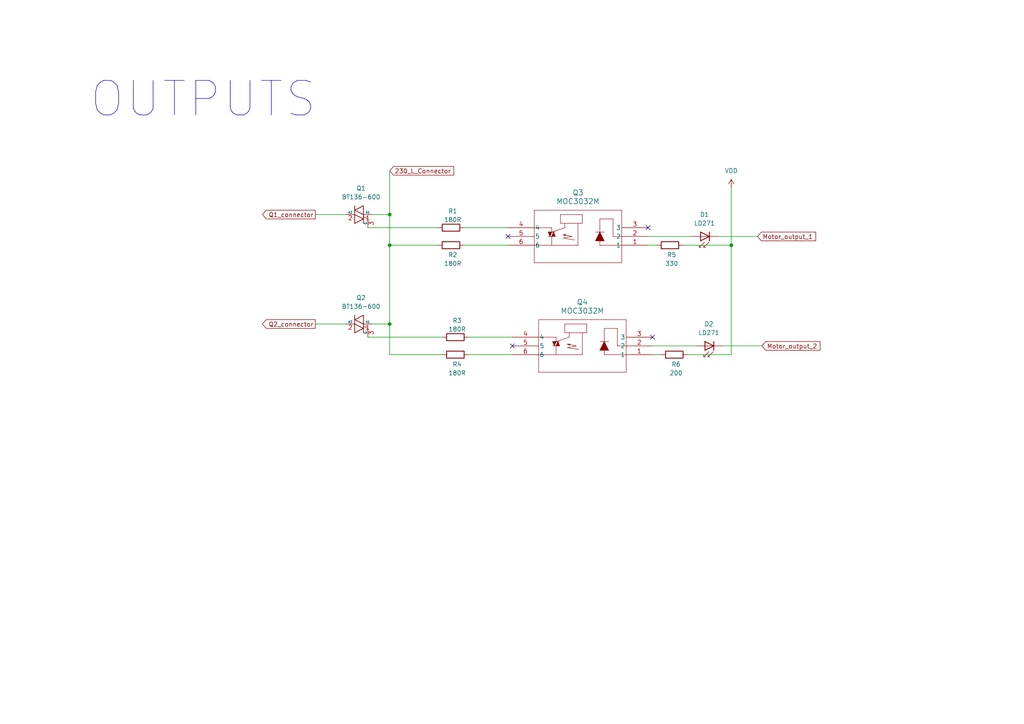
<source format=kicad_sch>
(kicad_sch (version 20231120) (generator "eeschema") (generator_version "8.0")
  (paper "A4")
  (lib_symbols
    (symbol "Device:R" (pin_numbers hide) (pin_names (offset 0))
      (property "Reference" "R" (at 2.032 0 90))
      (property "Value" "R" (at 0 0 90))
      (symbol "R_0_1"
        (rectangle (start -1.016 -2.54) (end 1.016 2.54) (stroke (width 0.254)))
      )
      (symbol "R_1_1"
        (pin passive line (at 0 3.81 270) (length 1.27) (name "~") (number "1"))
        (pin passive line (at 0 -3.81 90) (length 1.27) (name "~") (number "2"))
      )
    )
    (symbol "LED:LD271" (pin_numbers hide) (pin_names (offset 1.016) hide)
      (property "Reference" "D" (at 0.508 1.778 0))
      (property "Value" "LD271" (at -1.016 -2.794 0))
      (symbol "LD271_0_1"
        (polyline (pts (xy -2.54 1.27) (xy -2.54 -1.27)) (stroke (width 0.254)))
        (polyline (pts (xy 0 0) (xy -2.54 0)))
        (polyline (pts (xy 0.381 3.175) (xy -0.127 3.175)))
        (polyline (pts (xy -1.143 1.651) (xy 0.381 3.175) (xy 0.381 2.667)))
        (polyline (pts (xy 0 -1.27) (xy -2.54 0) (xy 0 1.27) (xy 0 -1.27)) (stroke (width 0.254)))
        (polyline (pts (xy -2.413 1.651) (xy -0.889 3.175) (xy -0.889 2.667) (xy -0.889 3.175) (xy -1.397 3.175)))
      )
      (symbol "LD271_1_1"
        (pin passive line (at -5.08 0 0) (length 2.54) (name "K") (number "1"))
        (pin passive line (at 2.54 0 180) (length 2.54) (name "A") (number "2"))
      )
    )
    (symbol "MOC3032M:MOC3032M" (pin_names (offset 0.254))
      (property "Reference" "Q" (at 20.32 10.16 0))
      (property "Value" "MOC3032M" (at 20.32 7.62 0))
      (symbol "MOC3032M_1_1"
        (polyline (pts (xy 7.62 -10.16) (xy 33.02 -10.16)) (stroke (width 0.127)))
        (polyline (pts (xy 7.62 -2.54) (xy 10.16 -2.54)) (stroke (width 0.127)))
        (polyline (pts (xy 7.62 0) (xy 13.97 0)) (stroke (width 0.127)))
        (polyline (pts (xy 7.62 5.08) (xy 7.62 -10.16)) (stroke (width 0.127)))
        (polyline (pts (xy 10.16 -7.62) (xy 13.97 -7.62)) (stroke (width 0.127)))
        (polyline (pts (xy 10.16 -2.54) (xy 10.16 -7.62)) (stroke (width 0.127)))
        (polyline (pts (xy 12.7 -3.81) (xy 15.24 -3.81)) (stroke (width 0.127)))
        (polyline (pts (xy 12.7 -1.27) (xy 15.24 -1.27)) (stroke (width 0.127)))
        (polyline (pts (xy 13.97 -7.62) (xy 13.97 -3.81)) (stroke (width 0.127)))
        (polyline (pts (xy 13.97 -3.81) (xy 12.7 -1.27)) (stroke (width 0.127)))
        (polyline (pts (xy 13.97 0) (xy 13.97 -1.27)) (stroke (width 0.127)))
        (polyline (pts (xy 15.24 -1.27) (xy 13.97 -3.81)) (stroke (width 0.127)))
        (polyline (pts (xy 19.05 -8.89) (xy 25.4 -8.89)) (stroke (width 0.127)))
        (polyline (pts (xy 19.05 -6.35) (xy 19.05 -8.89)) (stroke (width 0.127)))
        (polyline (pts (xy 20.32 -6.35) (xy 20.32 0)) (stroke (width 0.127)))
        (polyline (pts (xy 21.336 -1.524) (xy 24.638 -2.032)) (stroke (width 0.127)))
        (polyline (pts (xy 22.098 -2.54) (xy 24.638 -3.048)) (stroke (width 0.127)))
        (polyline (pts (xy 24.13 -5.08) (xy 24.13 -6.35)) (stroke (width 0.127)))
        (polyline (pts (xy 24.13 -2.794) (xy 23.876 -3.048)) (stroke (width 0.127)))
        (polyline (pts (xy 24.13 -2.794) (xy 24.638 -3.048)) (stroke (width 0.127)))
        (polyline (pts (xy 24.638 -3.048) (xy 23.876 -3.048)) (stroke (width 0.127)))
        (polyline (pts (xy 24.638 -2.032) (xy 22.098 -2.54)) (stroke (width 0.127)))
        (polyline (pts (xy 25.4 -8.89) (xy 25.4 -6.35)) (stroke (width 0.127)))
        (polyline (pts (xy 25.4 -6.35) (xy 19.05 -6.35)) (stroke (width 0.127)))
        (polyline (pts (xy 26.924 -3.81) (xy 28.956 -3.81)) (stroke (width 0.127)))
        (polyline (pts (xy 26.924 -2.54) (xy 27.432 -3.81)) (stroke (width 0.127)))
        (polyline (pts (xy 27.432 -3.81) (xy 27.94 -2.54)) (stroke (width 0.127)))
        (polyline (pts (xy 27.94 -5.08) (xy 27.94 -3.81)) (stroke (width 0.127)))
        (polyline (pts (xy 27.94 -3.81) (xy 24.13 -5.08)) (stroke (width 0.127)))
        (polyline (pts (xy 27.94 -3.81) (xy 28.448 -2.54)) (stroke (width 0.127)))
        (polyline (pts (xy 27.94 -2.54) (xy 27.94 0)) (stroke (width 0.127)))
        (polyline (pts (xy 28.448 -2.54) (xy 28.956 -3.81)) (stroke (width 0.127)))
        (polyline (pts (xy 28.956 -2.54) (xy 26.924 -2.54)) (stroke (width 0.127)))
        (polyline (pts (xy 33.02 -10.16) (xy 33.02 5.08)) (stroke (width 0.127)))
        (polyline (pts (xy 33.02 -5.08) (xy 27.94 -5.08)) (stroke (width 0.127)))
        (polyline (pts (xy 33.02 0) (xy 20.32 0)) (stroke (width 0.127)))
        (polyline (pts (xy 33.02 5.08) (xy 7.62 5.08)) (stroke (width 0.127)))
        (polyline (pts (xy 12.7 -1.27) (xy 15.24 -1.27) (xy 13.97 -3.81)) (fill (type outline)))
        (polyline (pts (xy 24.13 -2.794) (xy 23.876 -3.048) (xy 24.638 -3.048)) (fill (type outline)))
        (polyline (pts (xy 26.924 -2.54) (xy 27.432 -3.81) (xy 27.94 -2.54)) (fill (type outline)))
        (polyline (pts (xy 28.448 -2.54) (xy 27.94 -3.81) (xy 28.956 -3.81)) (fill (type outline)))
        (pin unspecified line (at 0 0 0) (length 7.62) (name "1") (number "1"))
        (pin unspecified line (at 0 -2.54 0) (length 7.62) (name "2") (number "2"))
        (pin unspecified line (at 0 -5.08 0) (length 7.62) (name "3") (number "3"))
        (pin unspecified line (at 40.64 -5.08 180) (length 7.62) (name "4") (number "4"))
        (pin unspecified line (at 40.64 -2.54 180) (length 7.62) (name "5") (number "5"))
        (pin unspecified line (at 40.64 0 180) (length 7.62) (name "6") (number "6"))
      )
    )
    (symbol "Triac_Thyristor:BT136-600" (pin_names (offset 0))
      (property "Reference" "Q" (at 5.08 1.905 0))
      (property "Value" "BT136-600" (at 5.08 0 0))
      (symbol "BT136-600_0_1"
        (polyline (pts (xy -2.54 -1.27) (xy 2.54 -1.27)) (stroke (width 0.2032)))
        (polyline (pts (xy -2.54 1.27) (xy 2.54 1.27)) (stroke (width 0.2032)))
        (polyline (pts (xy -1.27 -2.54) (xy -0.635 -1.27)))
        (polyline (pts (xy -2.54 1.27) (xy -1.27 -1.27) (xy 0 1.27)) (stroke (width 0.2032)))
        (polyline (pts (xy 0 -1.27) (xy 1.27 1.27) (xy 2.54 -1.27)) (stroke (width 0.2032)))
      )
      (symbol "BT136-600_1_1"
        (pin passive line (at 0 -3.81 90) (length 2.54) (name "A1") (number "1"))
        (pin passive line (at 0 3.81 270) (length 2.54) (name "A2") (number "2"))
        (pin input line (at -3.81 -2.54 0) (length 2.54) (name "G") (number "3"))
      )
    )
    (symbol "power:VDD" (power) (pin_numbers hide) (pin_names (offset 0) hide)
      (property "Value" "VDD" (at 0 3.556 0))
      (symbol "VDD_0_1"
        (polyline (pts (xy -0.762 1.27) (xy 0 2.54)))
        (polyline (pts (xy 0 0) (xy 0 2.54)))
        (polyline (pts (xy 0 2.54) (xy 0.762 1.27)))
      )
      (symbol "VDD_1_1"
        (pin power_in line (at 0 0 90) (length 0) (name "~") (number "1"))
      )
    )
  )
  (junction (at 113.03 62.23))
  (junction (at 212.09 71.12))
  (junction (at 113.03 71.12))
  (junction (at 113.03 93.98))
  (no_connect (at 189.23 97.79))
  (no_connect (at 147.32 68.58))
  (no_connect (at 187.96 66.04))
  (no_connect (at 148.59 100.33))
  (wire (pts (xy 187.96 68.58) (xy 200.66 68.58)))
  (wire (pts (xy 91.44 93.98) (xy 100.33 93.98)))
  (wire (pts (xy 187.96 71.12) (xy 190.5 71.12)))
  (wire (pts (xy 106.68 97.79) (xy 128.27 97.79)))
  (wire (pts (xy 91.44 62.23) (xy 100.33 62.23)))
  (wire (pts (xy 113.03 93.98) (xy 113.03 102.87)))
  (wire (pts (xy 106.68 66.04) (xy 127 66.04)))
  (wire (pts (xy 199.39 102.87) (xy 212.09 102.87)))
  (wire (pts (xy 113.03 102.87) (xy 128.27 102.87)))
  (wire (pts (xy 212.09 71.12) (xy 212.09 102.87)))
  (wire (pts (xy 135.89 102.87) (xy 148.59 102.87)))
  (wire (pts (xy 209.55 100.33) (xy 220.98 100.33)))
  (wire (pts (xy 189.23 100.33) (xy 201.93 100.33)))
  (wire (pts (xy 113.03 62.23) (xy 113.03 71.12)))
  (wire (pts (xy 134.62 66.04) (xy 147.32 66.04)))
  (wire (pts (xy 189.23 102.87) (xy 191.77 102.87)))
  (wire (pts (xy 198.12 71.12) (xy 212.09 71.12)))
  (wire (pts (xy 113.03 71.12) (xy 113.03 93.98)))
  (wire (pts (xy 212.09 54.61) (xy 212.09 71.12)))
  (wire (pts (xy 113.03 49.53) (xy 113.03 62.23)))
  (wire (pts (xy 135.89 97.79) (xy 148.59 97.79)))
  (wire (pts (xy 107.95 62.23) (xy 113.03 62.23)))
  (wire (pts (xy 208.28 68.58) (xy 219.71 68.58)))
  (wire (pts (xy 113.03 71.12) (xy 127 71.12)))
  (wire (pts (xy 134.62 71.12) (xy 147.32 71.12)))
  (wire (pts (xy 113.03 93.98) (xy 107.95 93.98)))
  (text "OUTPUTS" (at 58.928 28.956 0) (effects (font (size 10 10))))
  (global_label "Q2_connector" (shape output) (at 91.44 93.98 180) (property "Intersheetrefs" "${INTERSHEET_REFS}" (effects (hide yes))))
  (global_label "Motor_output_2" (shape input) (at 220.98 100.33 0) (property "Intersheetrefs" "${INTERSHEET_REFS}" (effects (hide yes))))
  (global_label "Motor_output_1" (shape input) (at 219.71 68.58 0) (property "Intersheetrefs" "${INTERSHEET_REFS}" (effects (hide yes))))
  (global_label "Q1_connector" (shape output) (at 91.44 62.23 180) (property "Intersheetrefs" "${INTERSHEET_REFS}" (effects (hide yes))))
  (global_label "230_L_Connector" (shape input) (at 113.03 49.53 0) (property "Intersheetrefs" "${INTERSHEET_REFS}" (effects (hide yes))))
  (symbol (lib_id "Triac_Thyristor:BT136-600") (at 104.14 62.23 90) (unit 1)
    (property "Reference" "Q1" (at 104.7242 54.61 90))
    (property "Value" "BT136-600" (at 104.7242 57.15 90))
    (property "Footprint" "Package_TO_SOT_THT:TO-220-3_Vertical" (effects (hide yes)))
    (property "Datasheet" "http://www.micropik.com/PDF/BT136-600.pdf" (effects (hide yes)))
    (property "Description" "4A RMS, 500V Off-State Voltage, Triac, TO-220" (effects (hide yes)))
  )
  (symbol (lib_id "Device:R") (at 194.31 71.12 270) (unit 1)
    (property "Reference" "R5" (at 194.818 73.914 90))
    (property "Value" "330" (at 194.818 76.454 90))
    (property "Footprint" "Resistor_SMD:R_0201_0603Metric" (effects (hide yes)))
    (property "Description" "Resistor" (effects (hide yes)))
  )
  (symbol (lib_id "Device:R") (at 130.81 71.12 270) (unit 1)
    (property "Reference" "R2" (at 131.318 73.914 90))
    (property "Value" "180R" (at 131.318 76.454 90))
    (property "Footprint" "Resistor_SMD:R_0201_0603Metric" (effects (hide yes)))
    (property "Description" "Resistor" (effects (hide yes)))
  )
  (symbol (lib_id "MOC3032M:MOC3032M") (at 187.96 71.12 180) (unit 1)
    (property "Reference" "Q3" (at 167.64 55.88 0) (effects (font (size 1.524 1.524))))
    (property "Value" "MOC3032M" (at 167.64 58.42 0) (effects (font (size 1.524 1.524))))
    (property "Footprint" "Package_DIP:DIP-6_W7.62mm" (effects (hide yes)))
    (property "Datasheet" "MOC3032M" (effects (hide yes)))
  )
  (symbol (lib_id "Triac_Thyristor:BT136-600") (at 104.14 93.98 90) (unit 1)
    (property "Reference" "Q2" (at 104.7242 86.36 90))
    (property "Value" "BT136-600" (at 104.7242 88.9 90))
    (property "Footprint" "Package_TO_SOT_THT:TO-220-3_Vertical" (effects (hide yes)))
    (property "Datasheet" "http://www.micropik.com/PDF/BT136-600.pdf" (effects (hide yes)))
    (property "Description" "4A RMS, 500V Off-State Voltage, Triac, TO-220" (effects (hide yes)))
  )
  (symbol (lib_id "Device:R") (at 195.58 102.87 270) (unit 1)
    (property "Reference" "R6" (at 196.088 105.664 90))
    (property "Value" "200" (at 196.088 108.204 90))
    (property "Footprint" "Resistor_SMD:R_0201_0603Metric" (effects (hide yes)))
    (property "Description" "Resistor" (effects (hide yes)))
  )
  (symbol (lib_id "Device:R") (at 130.81 66.04 270) (unit 1)
    (property "Reference" "R1" (at 131.318 61.214 90))
    (property "Value" "180R" (at 131.318 63.754 90))
    (property "Footprint" "Resistor_SMD:R_0201_0603Metric" (effects (hide yes)))
    (property "Description" "Resistor" (effects (hide yes)))
  )
  (symbol (lib_id "LED:LD271") (at 203.2 68.58 180) (unit 1)
    (property "Reference" "D1" (at 204.343 62.23 0))
    (property "Value" "LD271" (at 204.343 64.77 0))
    (property "Footprint" "LED_THT:LED_D5.0mm_IRGrey" (effects (hide yes)))
    (property "Datasheet" "http://www.alliedelec.com/m/d/40788c34903a719969df15f1fbea1056.pdf" (effects (hide yes)))
    (property "Description" "940nm IR-LED, 5mm" (effects (hide yes)))
  )
  (symbol (lib_id "MOC3032M:MOC3032M") (at 189.23 102.87 180) (unit 1)
    (property "Reference" "Q4" (at 168.91 87.63 0) (effects (font (size 1.524 1.524))))
    (property "Value" "MOC3032M" (at 168.91 90.17 0) (effects (font (size 1.524 1.524))))
    (property "Footprint" "Package_DIP:DIP-6_W7.62mm" (effects (hide yes)))
    (property "Datasheet" "MOC3032M" (effects (hide yes)))
  )
  (symbol (lib_id "Device:R") (at 132.08 97.79 270) (unit 1)
    (property "Reference" "R3" (at 132.588 92.964 90))
    (property "Value" "180R" (at 132.588 95.504 90))
    (property "Footprint" "Resistor_SMD:R_0201_0603Metric" (effects (hide yes)))
    (property "Description" "Resistor" (effects (hide yes)))
  )
  (symbol (lib_id "power:VDD") (at 212.09 54.61 0) (unit 1)
    (property "Reference" "#PWR013" (effects (hide yes)))
    (property "Value" "VDD" (at 212.09 49.53 0))
    (property "Description" "Power symbol creates a global label with name \"VDD\"" (effects (hide yes)))
  )
  (symbol (lib_id "LED:LD271") (at 204.47 100.33 180) (unit 1)
    (property "Reference" "D2" (at 205.613 93.98 0))
    (property "Value" "LD271" (at 205.613 96.52 0))
    (property "Footprint" "LED_THT:LED_D5.0mm_IRGrey" (effects (hide yes)))
    (property "Datasheet" "http://www.alliedelec.com/m/d/40788c34903a719969df15f1fbea1056.pdf" (effects (hide yes)))
    (property "Description" "940nm IR-LED, 5mm" (effects (hide yes)))
  )
  (symbol (lib_id "Device:R") (at 132.08 102.87 270) (unit 1)
    (property "Reference" "R4" (at 132.588 105.664 90))
    (property "Value" "180R" (at 132.588 108.204 90))
    (property "Footprint" "Resistor_SMD:R_0201_0603Metric" (effects (hide yes)))
    (property "Description" "Resistor" (effects (hide yes)))
  )
)
</source>
